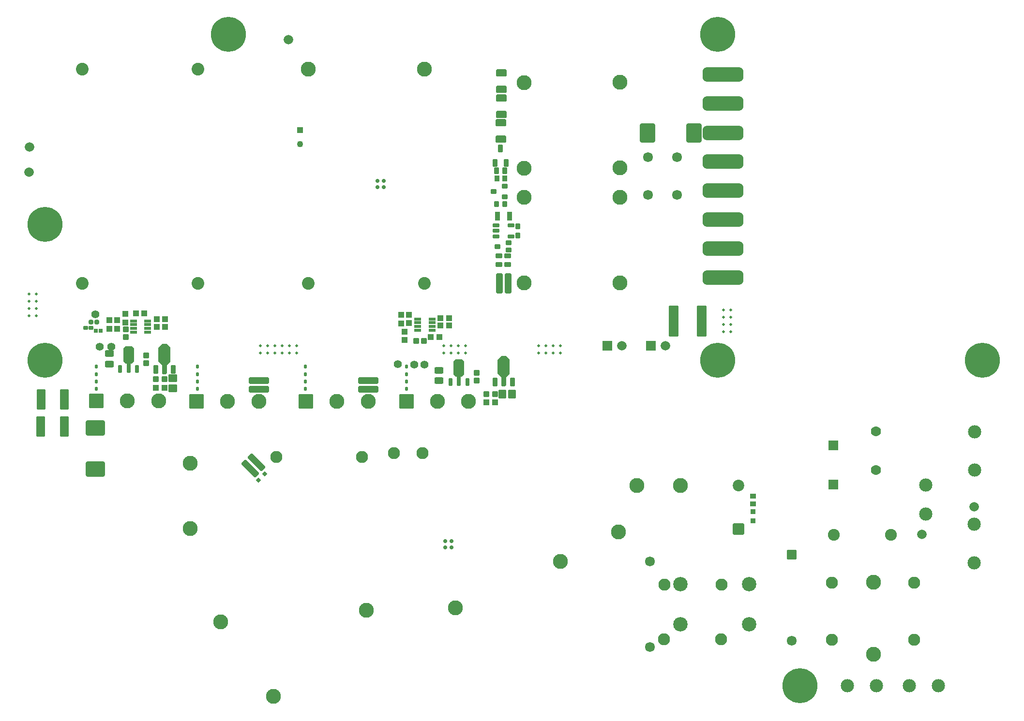
<source format=gts>
G04*
G04 #@! TF.GenerationSoftware,Altium Limited,Altium Designer,21.7.2 (23)*
G04*
G04 Layer_Color=8388736*
%FSAX25Y25*%
%MOIN*%
G70*
G04*
G04 #@! TF.SameCoordinates,25756C21-EA0E-48A6-96D4-99705350E32D*
G04*
G04*
G04 #@! TF.FilePolarity,Negative*
G04*
G01*
G75*
G04:AMPARAMS|DCode=19|XSize=25.59mil|YSize=27.56mil|CornerRadius=2.56mil|HoleSize=0mil|Usage=FLASHONLY|Rotation=225.000|XOffset=0mil|YOffset=0mil|HoleType=Round|Shape=RoundedRectangle|*
%AMROUNDEDRECTD19*
21,1,0.02559,0.02244,0,0,225.0*
21,1,0.02047,0.02756,0,0,225.0*
1,1,0.00512,-0.01517,0.00070*
1,1,0.00512,-0.00070,0.01517*
1,1,0.00512,0.01517,-0.00070*
1,1,0.00512,0.00070,-0.01517*
%
%ADD19ROUNDEDRECTD19*%
G04:AMPARAMS|DCode=59|XSize=40.16mil|YSize=32.28mil|CornerRadius=4.43mil|HoleSize=0mil|Usage=FLASHONLY|Rotation=90.000|XOffset=0mil|YOffset=0mil|HoleType=Round|Shape=RoundedRectangle|*
%AMROUNDEDRECTD59*
21,1,0.04016,0.02343,0,0,90.0*
21,1,0.03130,0.03228,0,0,90.0*
1,1,0.00886,0.01171,0.01565*
1,1,0.00886,0.01171,-0.01565*
1,1,0.00886,-0.01171,-0.01565*
1,1,0.00886,-0.01171,0.01565*
%
%ADD59ROUNDEDRECTD59*%
G04:AMPARAMS|DCode=60|XSize=44.09mil|YSize=36.22mil|CornerRadius=4.72mil|HoleSize=0mil|Usage=FLASHONLY|Rotation=270.000|XOffset=0mil|YOffset=0mil|HoleType=Round|Shape=RoundedRectangle|*
%AMROUNDEDRECTD60*
21,1,0.04409,0.02677,0,0,270.0*
21,1,0.03465,0.03622,0,0,270.0*
1,1,0.00945,-0.01339,-0.01732*
1,1,0.00945,-0.01339,0.01732*
1,1,0.00945,0.01339,0.01732*
1,1,0.00945,0.01339,-0.01732*
%
%ADD60ROUNDEDRECTD60*%
G04:AMPARAMS|DCode=61|XSize=42.13mil|YSize=36.22mil|CornerRadius=4.72mil|HoleSize=0mil|Usage=FLASHONLY|Rotation=90.000|XOffset=0mil|YOffset=0mil|HoleType=Round|Shape=RoundedRectangle|*
%AMROUNDEDRECTD61*
21,1,0.04213,0.02677,0,0,90.0*
21,1,0.03268,0.03622,0,0,90.0*
1,1,0.00945,0.01339,0.01634*
1,1,0.00945,0.01339,-0.01634*
1,1,0.00945,-0.01339,-0.01634*
1,1,0.00945,-0.01339,0.01634*
%
%ADD61ROUNDEDRECTD61*%
G04:AMPARAMS|DCode=62|XSize=42.13mil|YSize=36.22mil|CornerRadius=4.72mil|HoleSize=0mil|Usage=FLASHONLY|Rotation=0.000|XOffset=0mil|YOffset=0mil|HoleType=Round|Shape=RoundedRectangle|*
%AMROUNDEDRECTD62*
21,1,0.04213,0.02677,0,0,0.0*
21,1,0.03268,0.03622,0,0,0.0*
1,1,0.00945,0.01634,-0.01339*
1,1,0.00945,-0.01634,-0.01339*
1,1,0.00945,-0.01634,0.01339*
1,1,0.00945,0.01634,0.01339*
%
%ADD62ROUNDEDRECTD62*%
G04:AMPARAMS|DCode=63|XSize=61.81mil|YSize=34.25mil|CornerRadius=4.58mil|HoleSize=0mil|Usage=FLASHONLY|Rotation=90.000|XOffset=0mil|YOffset=0mil|HoleType=Round|Shape=RoundedRectangle|*
%AMROUNDEDRECTD63*
21,1,0.06181,0.02510,0,0,90.0*
21,1,0.05266,0.03425,0,0,90.0*
1,1,0.00915,0.01255,0.02633*
1,1,0.00915,0.01255,-0.02633*
1,1,0.00915,-0.01255,-0.02633*
1,1,0.00915,-0.01255,0.02633*
%
%ADD63ROUNDEDRECTD63*%
G04:AMPARAMS|DCode=64|XSize=142.52mil|YSize=59.84mil|CornerRadius=9.25mil|HoleSize=0mil|Usage=FLASHONLY|Rotation=90.000|XOffset=0mil|YOffset=0mil|HoleType=Round|Shape=RoundedRectangle|*
%AMROUNDEDRECTD64*
21,1,0.14252,0.04134,0,0,90.0*
21,1,0.12402,0.05984,0,0,90.0*
1,1,0.01850,0.02067,0.06201*
1,1,0.01850,0.02067,-0.06201*
1,1,0.01850,-0.02067,-0.06201*
1,1,0.01850,-0.02067,0.06201*
%
%ADD64ROUNDEDRECTD64*%
G04:AMPARAMS|DCode=65|XSize=42.13mil|YSize=38.19mil|CornerRadius=4.87mil|HoleSize=0mil|Usage=FLASHONLY|Rotation=0.000|XOffset=0mil|YOffset=0mil|HoleType=Round|Shape=RoundedRectangle|*
%AMROUNDEDRECTD65*
21,1,0.04213,0.02845,0,0,0.0*
21,1,0.03238,0.03819,0,0,0.0*
1,1,0.00974,0.01619,-0.01422*
1,1,0.00974,-0.01619,-0.01422*
1,1,0.00974,-0.01619,0.01422*
1,1,0.00974,0.01619,0.01422*
%
%ADD65ROUNDEDRECTD65*%
G04:AMPARAMS|DCode=66|XSize=48.03mil|YSize=20.47mil|CornerRadius=3.94mil|HoleSize=0mil|Usage=FLASHONLY|Rotation=180.000|XOffset=0mil|YOffset=0mil|HoleType=Round|Shape=RoundedRectangle|*
%AMROUNDEDRECTD66*
21,1,0.04803,0.01260,0,0,180.0*
21,1,0.04016,0.02047,0,0,180.0*
1,1,0.00787,-0.02008,0.00630*
1,1,0.00787,0.02008,0.00630*
1,1,0.00787,0.02008,-0.00630*
1,1,0.00787,-0.02008,-0.00630*
%
%ADD66ROUNDEDRECTD66*%
G04:AMPARAMS|DCode=67|XSize=42.13mil|YSize=42.13mil|CornerRadius=5.17mil|HoleSize=0mil|Usage=FLASHONLY|Rotation=90.000|XOffset=0mil|YOffset=0mil|HoleType=Round|Shape=RoundedRectangle|*
%AMROUNDEDRECTD67*
21,1,0.04213,0.03179,0,0,90.0*
21,1,0.03179,0.04213,0,0,90.0*
1,1,0.01034,0.01590,0.01590*
1,1,0.01034,0.01590,-0.01590*
1,1,0.01034,-0.01590,-0.01590*
1,1,0.01034,-0.01590,0.01590*
%
%ADD67ROUNDEDRECTD67*%
G04:AMPARAMS|DCode=68|XSize=42.13mil|YSize=42.13mil|CornerRadius=5.17mil|HoleSize=0mil|Usage=FLASHONLY|Rotation=180.000|XOffset=0mil|YOffset=0mil|HoleType=Round|Shape=RoundedRectangle|*
%AMROUNDEDRECTD68*
21,1,0.04213,0.03179,0,0,180.0*
21,1,0.03179,0.04213,0,0,180.0*
1,1,0.01034,-0.01590,0.01590*
1,1,0.01034,0.01590,0.01590*
1,1,0.01034,0.01590,-0.01590*
1,1,0.01034,-0.01590,-0.01590*
%
%ADD68ROUNDEDRECTD68*%
G04:AMPARAMS|DCode=69|XSize=61.81mil|YSize=53.94mil|CornerRadius=6.05mil|HoleSize=0mil|Usage=FLASHONLY|Rotation=0.000|XOffset=0mil|YOffset=0mil|HoleType=Round|Shape=RoundedRectangle|*
%AMROUNDEDRECTD69*
21,1,0.06181,0.04183,0,0,0.0*
21,1,0.04970,0.05394,0,0,0.0*
1,1,0.01211,0.02485,-0.02092*
1,1,0.01211,-0.02485,-0.02092*
1,1,0.01211,-0.02485,0.02092*
1,1,0.01211,0.02485,0.02092*
%
%ADD69ROUNDEDRECTD69*%
G04:AMPARAMS|DCode=70|XSize=61.81mil|YSize=53.94mil|CornerRadius=6.05mil|HoleSize=0mil|Usage=FLASHONLY|Rotation=90.000|XOffset=0mil|YOffset=0mil|HoleType=Round|Shape=RoundedRectangle|*
%AMROUNDEDRECTD70*
21,1,0.06181,0.04183,0,0,90.0*
21,1,0.04970,0.05394,0,0,90.0*
1,1,0.01211,0.02092,0.02485*
1,1,0.01211,0.02092,-0.02485*
1,1,0.01211,-0.02092,-0.02485*
1,1,0.01211,-0.02092,0.02485*
%
%ADD70ROUNDEDRECTD70*%
G04:AMPARAMS|DCode=71|XSize=42.13mil|YSize=38.19mil|CornerRadius=4.87mil|HoleSize=0mil|Usage=FLASHONLY|Rotation=270.000|XOffset=0mil|YOffset=0mil|HoleType=Round|Shape=RoundedRectangle|*
%AMROUNDEDRECTD71*
21,1,0.04213,0.02845,0,0,270.0*
21,1,0.03238,0.03819,0,0,270.0*
1,1,0.00974,-0.01422,-0.01619*
1,1,0.00974,-0.01422,0.01619*
1,1,0.00974,0.01422,0.01619*
1,1,0.00974,0.01422,-0.01619*
%
%ADD71ROUNDEDRECTD71*%
G04:AMPARAMS|DCode=72|XSize=30.32mil|YSize=30.32mil|CornerRadius=4.28mil|HoleSize=0mil|Usage=FLASHONLY|Rotation=270.000|XOffset=0mil|YOffset=0mil|HoleType=Round|Shape=RoundedRectangle|*
%AMROUNDEDRECTD72*
21,1,0.03032,0.02175,0,0,270.0*
21,1,0.02175,0.03032,0,0,270.0*
1,1,0.00856,-0.01088,-0.01088*
1,1,0.00856,-0.01088,0.01088*
1,1,0.00856,0.01088,0.01088*
1,1,0.00856,0.01088,-0.01088*
%
%ADD72ROUNDEDRECTD72*%
G04:AMPARAMS|DCode=73|XSize=26.38mil|YSize=28.35mil|CornerRadius=3.99mil|HoleSize=0mil|Usage=FLASHONLY|Rotation=270.000|XOffset=0mil|YOffset=0mil|HoleType=Round|Shape=RoundedRectangle|*
%AMROUNDEDRECTD73*
21,1,0.02638,0.02037,0,0,270.0*
21,1,0.01841,0.02835,0,0,270.0*
1,1,0.00797,-0.01019,-0.00920*
1,1,0.00797,-0.01019,0.00920*
1,1,0.00797,0.01019,0.00920*
1,1,0.00797,0.01019,-0.00920*
%
%ADD73ROUNDEDRECTD73*%
G04:AMPARAMS|DCode=74|XSize=29.13mil|YSize=30.71mil|CornerRadius=4.19mil|HoleSize=0mil|Usage=FLASHONLY|Rotation=90.000|XOffset=0mil|YOffset=0mil|HoleType=Round|Shape=RoundedRectangle|*
%AMROUNDEDRECTD74*
21,1,0.02913,0.02232,0,0,90.0*
21,1,0.02075,0.03071,0,0,90.0*
1,1,0.00839,0.01116,0.01037*
1,1,0.00839,0.01116,-0.01037*
1,1,0.00839,-0.01116,-0.01037*
1,1,0.00839,-0.01116,0.01037*
%
%ADD74ROUNDEDRECTD74*%
G04:AMPARAMS|DCode=75|XSize=213.39mil|YSize=67.72mil|CornerRadius=7.09mil|HoleSize=0mil|Usage=FLASHONLY|Rotation=270.000|XOffset=0mil|YOffset=0mil|HoleType=Round|Shape=RoundedRectangle|*
%AMROUNDEDRECTD75*
21,1,0.21339,0.05354,0,0,270.0*
21,1,0.19921,0.06772,0,0,270.0*
1,1,0.01417,-0.02677,-0.09961*
1,1,0.01417,-0.02677,0.09961*
1,1,0.01417,0.02677,0.09961*
1,1,0.01417,0.02677,-0.09961*
%
%ADD75ROUNDEDRECTD75*%
G04:AMPARAMS|DCode=76|XSize=42.13mil|YSize=42.13mil|CornerRadius=6.1mil|HoleSize=0mil|Usage=FLASHONLY|Rotation=90.000|XOffset=0mil|YOffset=0mil|HoleType=Round|Shape=RoundedRectangle|*
%AMROUNDEDRECTD76*
21,1,0.04213,0.02992,0,0,90.0*
21,1,0.02992,0.04213,0,0,90.0*
1,1,0.01221,0.01496,0.01496*
1,1,0.01221,0.01496,-0.01496*
1,1,0.01221,-0.01496,-0.01496*
1,1,0.01221,-0.01496,0.01496*
%
%ADD76ROUNDEDRECTD76*%
G04:AMPARAMS|DCode=77|XSize=103.15mil|YSize=280.31mil|CornerRadius=31.89mil|HoleSize=0mil|Usage=FLASHONLY|Rotation=90.000|XOffset=0mil|YOffset=0mil|HoleType=Round|Shape=RoundedRectangle|*
%AMROUNDEDRECTD77*
21,1,0.10315,0.21654,0,0,90.0*
21,1,0.03937,0.28031,0,0,90.0*
1,1,0.06378,0.10827,0.01968*
1,1,0.06378,0.10827,-0.01968*
1,1,0.06378,-0.10827,-0.01968*
1,1,0.06378,-0.10827,0.01968*
%
%ADD77ROUNDEDRECTD77*%
%ADD78C,0.05472*%
G04:AMPARAMS|DCode=79|XSize=32.28mil|YSize=59.84mil|CornerRadius=4.29mil|HoleSize=0mil|Usage=FLASHONLY|Rotation=180.000|XOffset=0mil|YOffset=0mil|HoleType=Round|Shape=RoundedRectangle|*
%AMROUNDEDRECTD79*
21,1,0.03228,0.05126,0,0,180.0*
21,1,0.02370,0.05984,0,0,180.0*
1,1,0.00858,-0.01185,0.02563*
1,1,0.00858,0.01185,0.02563*
1,1,0.00858,0.01185,-0.02563*
1,1,0.00858,-0.01185,-0.02563*
%
%ADD79ROUNDEDRECTD79*%
G04:AMPARAMS|DCode=80|XSize=32.28mil|YSize=63.78mil|CornerRadius=4.71mil|HoleSize=0mil|Usage=FLASHONLY|Rotation=180.000|XOffset=0mil|YOffset=0mil|HoleType=Round|Shape=RoundedRectangle|*
%AMROUNDEDRECTD80*
21,1,0.03228,0.05437,0,0,180.0*
21,1,0.02287,0.06378,0,0,180.0*
1,1,0.00941,-0.01144,0.02718*
1,1,0.00941,0.01144,0.02718*
1,1,0.00941,0.01144,-0.02718*
1,1,0.00941,-0.01144,-0.02718*
%
%ADD80ROUNDEDRECTD80*%
G04:AMPARAMS|DCode=81|XSize=36.22mil|YSize=36.22mil|CornerRadius=5.51mil|HoleSize=0mil|Usage=FLASHONLY|Rotation=0.000|XOffset=0mil|YOffset=0mil|HoleType=Round|Shape=RoundedRectangle|*
%AMROUNDEDRECTD81*
21,1,0.03622,0.02520,0,0,0.0*
21,1,0.02520,0.03622,0,0,0.0*
1,1,0.01102,0.01260,-0.01260*
1,1,0.01102,-0.01260,-0.01260*
1,1,0.01102,-0.01260,0.01260*
1,1,0.01102,0.01260,0.01260*
%
%ADD81ROUNDEDRECTD81*%
G04:AMPARAMS|DCode=82|XSize=75.59mil|YSize=50mil|CornerRadius=6.89mil|HoleSize=0mil|Usage=FLASHONLY|Rotation=180.000|XOffset=0mil|YOffset=0mil|HoleType=Round|Shape=RoundedRectangle|*
%AMROUNDEDRECTD82*
21,1,0.07559,0.03622,0,0,180.0*
21,1,0.06181,0.05000,0,0,180.0*
1,1,0.01378,-0.03091,0.01811*
1,1,0.01378,0.03091,0.01811*
1,1,0.01378,0.03091,-0.01811*
1,1,0.01378,-0.03091,-0.01811*
%
%ADD82ROUNDEDRECTD82*%
G04:AMPARAMS|DCode=83|XSize=30.32mil|YSize=51.97mil|CornerRadius=4.28mil|HoleSize=0mil|Usage=FLASHONLY|Rotation=180.000|XOffset=0mil|YOffset=0mil|HoleType=Round|Shape=RoundedRectangle|*
%AMROUNDEDRECTD83*
21,1,0.03032,0.04341,0,0,180.0*
21,1,0.02175,0.05197,0,0,180.0*
1,1,0.00856,-0.01088,0.02170*
1,1,0.00856,0.01088,0.02170*
1,1,0.00856,0.01088,-0.02170*
1,1,0.00856,-0.01088,-0.02170*
%
%ADD83ROUNDEDRECTD83*%
G04:AMPARAMS|DCode=84|XSize=44.09mil|YSize=36.22mil|CornerRadius=5.51mil|HoleSize=0mil|Usage=FLASHONLY|Rotation=180.000|XOffset=0mil|YOffset=0mil|HoleType=Round|Shape=RoundedRectangle|*
%AMROUNDEDRECTD84*
21,1,0.04409,0.02520,0,0,180.0*
21,1,0.03307,0.03622,0,0,180.0*
1,1,0.01102,-0.01654,0.01260*
1,1,0.01102,0.01654,0.01260*
1,1,0.01102,0.01654,-0.01260*
1,1,0.01102,-0.01654,-0.01260*
%
%ADD84ROUNDEDRECTD84*%
G04:AMPARAMS|DCode=85|XSize=138.58mil|YSize=46.06mil|CornerRadius=6.5mil|HoleSize=0mil|Usage=FLASHONLY|Rotation=90.000|XOffset=0mil|YOffset=0mil|HoleType=Round|Shape=RoundedRectangle|*
%AMROUNDEDRECTD85*
21,1,0.13858,0.03307,0,0,90.0*
21,1,0.12559,0.04606,0,0,90.0*
1,1,0.01299,0.01654,0.06280*
1,1,0.01299,0.01654,-0.06280*
1,1,0.01299,-0.01654,-0.06280*
1,1,0.01299,-0.01654,0.06280*
%
%ADD85ROUNDEDRECTD85*%
G04:AMPARAMS|DCode=86|XSize=32.28mil|YSize=38.19mil|CornerRadius=5.12mil|HoleSize=0mil|Usage=FLASHONLY|Rotation=0.000|XOffset=0mil|YOffset=0mil|HoleType=Round|Shape=RoundedRectangle|*
%AMROUNDEDRECTD86*
21,1,0.03228,0.02795,0,0,0.0*
21,1,0.02205,0.03819,0,0,0.0*
1,1,0.01024,0.01102,-0.01398*
1,1,0.01024,-0.01102,-0.01398*
1,1,0.01024,-0.01102,0.01398*
1,1,0.01024,0.01102,0.01398*
%
%ADD86ROUNDEDRECTD86*%
G04:AMPARAMS|DCode=87|XSize=28.35mil|YSize=44.09mil|CornerRadius=5.32mil|HoleSize=0mil|Usage=FLASHONLY|Rotation=270.000|XOffset=0mil|YOffset=0mil|HoleType=Round|Shape=RoundedRectangle|*
%AMROUNDEDRECTD87*
21,1,0.02835,0.03347,0,0,270.0*
21,1,0.01772,0.04409,0,0,270.0*
1,1,0.01063,-0.01673,-0.00886*
1,1,0.01063,-0.01673,0.00886*
1,1,0.01063,0.01673,0.00886*
1,1,0.01063,0.01673,-0.00886*
%
%ADD87ROUNDEDRECTD87*%
G04:AMPARAMS|DCode=88|XSize=32.28mil|YSize=40.16mil|CornerRadius=5.12mil|HoleSize=0mil|Usage=FLASHONLY|Rotation=270.000|XOffset=0mil|YOffset=0mil|HoleType=Round|Shape=RoundedRectangle|*
%AMROUNDEDRECTD88*
21,1,0.03228,0.02992,0,0,270.0*
21,1,0.02205,0.04016,0,0,270.0*
1,1,0.01024,-0.01496,-0.01102*
1,1,0.01024,-0.01496,0.01102*
1,1,0.01024,0.01496,0.01102*
1,1,0.01024,0.01496,-0.01102*
%
%ADD88ROUNDEDRECTD88*%
G04:AMPARAMS|DCode=89|XSize=36.22mil|YSize=40.16mil|CornerRadius=5.51mil|HoleSize=0mil|Usage=FLASHONLY|Rotation=270.000|XOffset=0mil|YOffset=0mil|HoleType=Round|Shape=RoundedRectangle|*
%AMROUNDEDRECTD89*
21,1,0.03622,0.02913,0,0,270.0*
21,1,0.02520,0.04016,0,0,270.0*
1,1,0.01102,-0.01457,-0.01260*
1,1,0.01102,-0.01457,0.01260*
1,1,0.01102,0.01457,0.01260*
1,1,0.01102,0.01457,-0.01260*
%
%ADD89ROUNDEDRECTD89*%
G04:AMPARAMS|DCode=90|XSize=59.84mil|YSize=44.09mil|CornerRadius=7.28mil|HoleSize=0mil|Usage=FLASHONLY|Rotation=180.000|XOffset=0mil|YOffset=0mil|HoleType=Round|Shape=RoundedRectangle|*
%AMROUNDEDRECTD90*
21,1,0.05984,0.02953,0,0,180.0*
21,1,0.04528,0.04409,0,0,180.0*
1,1,0.01457,-0.02264,0.01476*
1,1,0.01457,0.02264,0.01476*
1,1,0.01457,0.02264,-0.01476*
1,1,0.01457,-0.02264,-0.01476*
%
%ADD90ROUNDEDRECTD90*%
G04:AMPARAMS|DCode=91|XSize=75.59mil|YSize=122.84mil|CornerRadius=0mil|HoleSize=0mil|Usage=FLASHONLY|Rotation=180.000|XOffset=0mil|YOffset=0mil|HoleType=Round|Shape=Octagon|*
%AMOCTAGOND91*
4,1,8,0.01890,-0.06142,-0.01890,-0.06142,-0.03780,-0.04252,-0.03780,0.04252,-0.01890,0.06142,0.01890,0.06142,0.03780,0.04252,0.03780,-0.04252,0.01890,-0.06142,0.0*
%
%ADD91OCTAGOND91*%

G04:AMPARAMS|DCode=92|XSize=24.41mil|YSize=51.97mil|CornerRadius=4.33mil|HoleSize=0mil|Usage=FLASHONLY|Rotation=180.000|XOffset=0mil|YOffset=0mil|HoleType=Round|Shape=RoundedRectangle|*
%AMROUNDEDRECTD92*
21,1,0.02441,0.04331,0,0,180.0*
21,1,0.01575,0.05197,0,0,180.0*
1,1,0.00866,-0.00787,0.02165*
1,1,0.00866,0.00787,0.02165*
1,1,0.00866,0.00787,-0.02165*
1,1,0.00866,-0.00787,-0.02165*
%
%ADD92ROUNDEDRECTD92*%
G04:AMPARAMS|DCode=93|XSize=24.41mil|YSize=67.72mil|CornerRadius=4.33mil|HoleSize=0mil|Usage=FLASHONLY|Rotation=180.000|XOffset=0mil|YOffset=0mil|HoleType=Round|Shape=RoundedRectangle|*
%AMROUNDEDRECTD93*
21,1,0.02441,0.05906,0,0,180.0*
21,1,0.01575,0.06772,0,0,180.0*
1,1,0.00866,-0.00787,0.02953*
1,1,0.00866,0.00787,0.02953*
1,1,0.00866,0.00787,-0.02953*
1,1,0.00866,-0.00787,-0.02953*
%
%ADD93ROUNDEDRECTD93*%
G04:AMPARAMS|DCode=94|XSize=138.58mil|YSize=46.06mil|CornerRadius=6.5mil|HoleSize=0mil|Usage=FLASHONLY|Rotation=315.000|XOffset=0mil|YOffset=0mil|HoleType=Round|Shape=RoundedRectangle|*
%AMROUNDEDRECTD94*
21,1,0.13858,0.03307,0,0,315.0*
21,1,0.12559,0.04606,0,0,315.0*
1,1,0.01299,0.03271,-0.05610*
1,1,0.01299,-0.05610,0.03271*
1,1,0.01299,-0.03271,0.05610*
1,1,0.01299,0.05610,-0.03271*
%
%ADD94ROUNDEDRECTD94*%
G04:AMPARAMS|DCode=95|XSize=130.71mil|YSize=107.87mil|CornerRadius=12.68mil|HoleSize=0mil|Usage=FLASHONLY|Rotation=270.000|XOffset=0mil|YOffset=0mil|HoleType=Round|Shape=RoundedRectangle|*
%AMROUNDEDRECTD95*
21,1,0.13071,0.08252,0,0,270.0*
21,1,0.10535,0.10787,0,0,270.0*
1,1,0.02535,-0.04126,-0.05268*
1,1,0.02535,-0.04126,0.05268*
1,1,0.02535,0.04126,0.05268*
1,1,0.02535,0.04126,-0.05268*
%
%ADD95ROUNDEDRECTD95*%
G04:AMPARAMS|DCode=96|XSize=138.58mil|YSize=46.06mil|CornerRadius=6.5mil|HoleSize=0mil|Usage=FLASHONLY|Rotation=0.000|XOffset=0mil|YOffset=0mil|HoleType=Round|Shape=RoundedRectangle|*
%AMROUNDEDRECTD96*
21,1,0.13858,0.03307,0,0,0.0*
21,1,0.12559,0.04606,0,0,0.0*
1,1,0.01299,0.06280,-0.01654*
1,1,0.01299,-0.06280,-0.01654*
1,1,0.01299,-0.06280,0.01654*
1,1,0.01299,0.06280,0.01654*
%
%ADD96ROUNDEDRECTD96*%
G04:AMPARAMS|DCode=97|XSize=130.71mil|YSize=107.09mil|CornerRadius=12.6mil|HoleSize=0mil|Usage=FLASHONLY|Rotation=180.000|XOffset=0mil|YOffset=0mil|HoleType=Round|Shape=RoundedRectangle|*
%AMROUNDEDRECTD97*
21,1,0.13071,0.08189,0,0,180.0*
21,1,0.10551,0.10709,0,0,180.0*
1,1,0.02520,-0.05276,0.04095*
1,1,0.02520,0.05276,0.04095*
1,1,0.02520,0.05276,-0.04095*
1,1,0.02520,-0.05276,-0.04095*
%
%ADD97ROUNDEDRECTD97*%
G04:AMPARAMS|DCode=98|XSize=23.62mil|YSize=20.47mil|CornerRadius=3.94mil|HoleSize=0mil|Usage=FLASHONLY|Rotation=270.000|XOffset=0mil|YOffset=0mil|HoleType=Round|Shape=RoundedRectangle|*
%AMROUNDEDRECTD98*
21,1,0.02362,0.01260,0,0,270.0*
21,1,0.01575,0.02047,0,0,270.0*
1,1,0.00787,-0.00630,-0.00787*
1,1,0.00787,-0.00630,0.00787*
1,1,0.00787,0.00630,0.00787*
1,1,0.00787,0.00630,-0.00787*
%
%ADD98ROUNDEDRECTD98*%
%ADD99C,0.08346*%
%ADD100C,0.10315*%
%ADD101C,0.08740*%
%ADD102C,0.08150*%
%ADD103C,0.09134*%
%ADD104C,0.06575*%
%ADD105C,0.24095*%
%ADD106C,0.01929*%
%ADD107R,0.06575X0.06575*%
G04:AMPARAMS|DCode=108|XSize=79.53mil|YSize=79.53mil|CornerRadius=9.84mil|HoleSize=0mil|Usage=FLASHONLY|Rotation=0.000|XOffset=0mil|YOffset=0mil|HoleType=Round|Shape=RoundedRectangle|*
%AMROUNDEDRECTD108*
21,1,0.07953,0.05984,0,0,0.0*
21,1,0.05984,0.07953,0,0,0.0*
1,1,0.01968,0.02992,-0.02992*
1,1,0.01968,-0.02992,-0.02992*
1,1,0.01968,-0.02992,0.02992*
1,1,0.01968,0.02992,0.02992*
%
%ADD108ROUNDEDRECTD108*%
%ADD109C,0.07953*%
%ADD110R,0.04331X0.04331*%
%ADD111C,0.04331*%
G04:AMPARAMS|DCode=112|XSize=103.15mil|YSize=103.15mil|CornerRadius=12.21mil|HoleSize=0mil|Usage=FLASHONLY|Rotation=270.000|XOffset=0mil|YOffset=0mil|HoleType=Round|Shape=RoundedRectangle|*
%AMROUNDEDRECTD112*
21,1,0.10315,0.07874,0,0,270.0*
21,1,0.07874,0.10315,0,0,270.0*
1,1,0.02441,-0.03937,-0.03937*
1,1,0.02441,-0.03937,0.03937*
1,1,0.02441,0.03937,0.03937*
1,1,0.02441,0.03937,-0.03937*
%
%ADD112ROUNDEDRECTD112*%
G04:AMPARAMS|DCode=113|XSize=69.69mil|YSize=69.69mil|CornerRadius=8.86mil|HoleSize=0mil|Usage=FLASHONLY|Rotation=0.000|XOffset=0mil|YOffset=0mil|HoleType=Round|Shape=RoundedRectangle|*
%AMROUNDEDRECTD113*
21,1,0.06969,0.05197,0,0,0.0*
21,1,0.05197,0.06969,0,0,0.0*
1,1,0.01772,0.02598,-0.02598*
1,1,0.01772,-0.02598,-0.02598*
1,1,0.01772,-0.02598,0.02598*
1,1,0.01772,0.02598,0.02598*
%
%ADD113ROUNDEDRECTD113*%
%ADD114C,0.06969*%
%ADD115C,0.06772*%
G04:AMPARAMS|DCode=116|XSize=67.72mil|YSize=67.72mil|CornerRadius=8.66mil|HoleSize=0mil|Usage=FLASHONLY|Rotation=270.000|XOffset=0mil|YOffset=0mil|HoleType=Round|Shape=RoundedRectangle|*
%AMROUNDEDRECTD116*
21,1,0.06772,0.05039,0,0,270.0*
21,1,0.05039,0.06772,0,0,270.0*
1,1,0.01732,-0.02520,-0.02520*
1,1,0.01732,-0.02520,0.02520*
1,1,0.01732,0.02520,0.02520*
1,1,0.01732,0.02520,-0.02520*
%
%ADD116ROUNDEDRECTD116*%
%ADD117C,0.09921*%
%ADD118C,0.02835*%
G36*
X0187537Y0316966D02*
X0187573Y0316958D01*
X0187608Y0316943D01*
X0187639Y0316924D01*
X0187668Y0316900D01*
X0190227Y0314341D01*
X0190251Y0314313D01*
X0190270Y0314281D01*
X0190284Y0314247D01*
X0190293Y0314210D01*
X0190296Y0314173D01*
Y0304724D01*
X0190293Y0304687D01*
X0190284Y0304651D01*
X0190270Y0304617D01*
X0190251Y0304585D01*
X0190227Y0304557D01*
X0187737Y0302067D01*
Y0301378D01*
X0187734Y0301341D01*
X0187725Y0301305D01*
X0187711Y0301270D01*
X0187692Y0301239D01*
X0187668Y0301210D01*
X0187639Y0301186D01*
X0187608Y0301167D01*
X0187573Y0301153D01*
X0187537Y0301144D01*
X0187500Y0301141D01*
X0184744Y0301141D01*
X0184744D01*
D01*
X0184707Y0301144D01*
X0184671Y0301153D01*
X0184636Y0301167D01*
X0184605Y0301186D01*
X0184576Y0301210D01*
X0184552Y0301239D01*
X0184533Y0301270D01*
X0184519Y0301305D01*
X0184510Y0301341D01*
X0184507Y0301378D01*
Y0301378D01*
D01*
X0184507Y0302067D01*
X0182018Y0304557D01*
X0181993Y0304585D01*
X0181974Y0304617D01*
X0181960Y0304651D01*
X0181951Y0304687D01*
X0181948Y0304724D01*
Y0314173D01*
X0181951Y0314210D01*
X0181960Y0314247D01*
X0181974Y0314281D01*
X0181993Y0314313D01*
X0182018Y0314341D01*
X0184576Y0316900D01*
X0184605Y0316924D01*
X0184636Y0316943D01*
X0184671Y0316958D01*
X0184707Y0316966D01*
X0184744Y0316969D01*
X0187500D01*
X0187537Y0316966D01*
D02*
G37*
G36*
X0421199Y0308600D02*
X0421235Y0308592D01*
X0421269Y0308577D01*
X0421301Y0308558D01*
X0421329Y0308534D01*
X0423888Y0305975D01*
X0423912Y0305946D01*
X0423932Y0305915D01*
X0423946Y0305880D01*
X0423954Y0305844D01*
X0423957Y0305807D01*
Y0296358D01*
X0423954Y0296321D01*
X0423946Y0296285D01*
X0423932Y0296251D01*
X0423912Y0296219D01*
X0423888Y0296191D01*
X0421398Y0293701D01*
X0421398Y0293012D01*
X0421395Y0292975D01*
X0421387Y0292939D01*
X0421373Y0292904D01*
X0421353Y0292873D01*
X0421329Y0292844D01*
X0421301Y0292820D01*
X0421269Y0292801D01*
X0421235Y0292787D01*
X0421199Y0292778D01*
X0421161Y0292775D01*
X0418405D01*
X0418368Y0292778D01*
X0418332Y0292787D01*
X0418298Y0292801D01*
X0418266Y0292820D01*
X0418238Y0292844D01*
X0418214Y0292873D01*
X0418194Y0292904D01*
X0418180Y0292939D01*
X0418172Y0292975D01*
X0418169Y0293012D01*
Y0293701D01*
X0415679Y0296191D01*
X0415655Y0296219D01*
X0415635Y0296251D01*
X0415621Y0296285D01*
X0415612Y0296321D01*
X0415610Y0296358D01*
Y0305807D01*
X0415612Y0305844D01*
X0415621Y0305880D01*
X0415635Y0305915D01*
X0415655Y0305946D01*
X0415679Y0305975D01*
X0418238Y0308534D01*
X0418266Y0308558D01*
X0418298Y0308577D01*
X0418332Y0308592D01*
X0418368Y0308600D01*
X0418405Y0308603D01*
X0421161D01*
X0421199Y0308600D01*
D02*
G37*
D19*
X0250795Y0222843D02*
D03*
X0255110Y0227157D02*
D03*
D59*
X0414980Y0413110D02*
D03*
X0420492D02*
D03*
D60*
X0420472Y0436024D02*
D03*
X0414961D02*
D03*
D61*
X0415256Y0430807D02*
D03*
X0420571D02*
D03*
D62*
X0591634Y0211713D02*
D03*
Y0206398D02*
D03*
D63*
X0423917Y0404921D02*
D03*
X0415453D02*
D03*
D64*
X0100906Y0259882D02*
D03*
X0117047D02*
D03*
X0101181Y0278524D02*
D03*
X0117323D02*
D03*
D65*
X0159508Y0321437D02*
D03*
Y0326752D02*
D03*
X0173622Y0303543D02*
D03*
Y0308858D02*
D03*
X0401161Y0291634D02*
D03*
Y0296949D02*
D03*
D66*
X0174646Y0324921D02*
D03*
Y0327480D02*
D03*
Y0330039D02*
D03*
Y0332598D02*
D03*
X0164803Y0332598D02*
D03*
X0164803Y0330039D02*
D03*
X0164803Y0327480D02*
D03*
X0164803Y0324921D02*
D03*
X0360531Y0326279D02*
D03*
X0360531Y0328839D02*
D03*
X0360531Y0331398D02*
D03*
X0360531Y0333957D02*
D03*
X0370374D02*
D03*
Y0331398D02*
D03*
Y0328839D02*
D03*
Y0326279D02*
D03*
D67*
X0166378Y0337717D02*
D03*
X0172283D02*
D03*
X0180748Y0328563D02*
D03*
X0186653D02*
D03*
X0376181Y0329528D02*
D03*
X0382087D02*
D03*
X0369547Y0321457D02*
D03*
X0375453D02*
D03*
X0186122Y0286516D02*
D03*
X0180217D02*
D03*
X0413878Y0276575D02*
D03*
X0407972D02*
D03*
X0186575Y0333780D02*
D03*
X0180669D02*
D03*
X0382146Y0334488D02*
D03*
X0376240D02*
D03*
D68*
X0159311Y0331437D02*
D03*
Y0337343D02*
D03*
X0153405Y0327244D02*
D03*
Y0333150D02*
D03*
X0349134Y0336831D02*
D03*
Y0330925D02*
D03*
X0354587Y0331004D02*
D03*
Y0336909D02*
D03*
X0351614Y0319331D02*
D03*
Y0325236D02*
D03*
X0148189Y0327244D02*
D03*
Y0333150D02*
D03*
D69*
X0191929Y0286319D02*
D03*
X0191929Y0293012D02*
D03*
D70*
X0425394Y0282087D02*
D03*
X0418701Y0282087D02*
D03*
D71*
X0359390Y0318799D02*
D03*
X0364705D02*
D03*
D72*
X0139469Y0331693D02*
D03*
X0135531D02*
D03*
D73*
X0142323Y0325787D02*
D03*
X0138976D02*
D03*
D74*
X0131890Y0327756D02*
D03*
X0135354D02*
D03*
D75*
X0536909Y0332382D02*
D03*
X0556004D02*
D03*
D76*
X0413779Y0282087D02*
D03*
X0407874Y0282087D02*
D03*
X0186024Y0292520D02*
D03*
X0180118Y0292520D02*
D03*
D77*
X0570866Y0382469D02*
D03*
Y0362481D02*
D03*
Y0402469D02*
D03*
Y0422469D02*
D03*
Y0442469D02*
D03*
Y0462284D02*
D03*
Y0482469D02*
D03*
Y0502469D02*
D03*
D78*
X0138602Y0337185D02*
D03*
X0141437Y0314665D02*
D03*
X0149409Y0314862D02*
D03*
X0365059Y0302559D02*
D03*
X0358071D02*
D03*
X0346949Y0302854D02*
D03*
D79*
X0425689Y0290650D02*
D03*
X0413878D02*
D03*
X0180217Y0299016D02*
D03*
X0192027Y0299016D02*
D03*
D80*
X0419783Y0290846D02*
D03*
X0186122Y0299213D02*
D03*
D81*
X0591634Y0201181D02*
D03*
Y0194882D02*
D03*
D82*
X0418012Y0474803D02*
D03*
X0418012Y0486221D02*
D03*
X0418012Y0492028D02*
D03*
X0418012Y0503445D02*
D03*
X0417913Y0457677D02*
D03*
X0417913Y0469095D02*
D03*
D83*
X0417618Y0451575D02*
D03*
X0421358Y0441339D02*
D03*
X0413878D02*
D03*
D84*
X0416437Y0371457D02*
D03*
Y0377362D02*
D03*
X0422539Y0371457D02*
D03*
Y0377362D02*
D03*
D85*
X0416929Y0358563D02*
D03*
X0422835D02*
D03*
D86*
X0429331Y0391634D02*
D03*
Y0397736D02*
D03*
D87*
X0424705Y0398425D02*
D03*
X0414468Y0390945D02*
D03*
Y0394685D02*
D03*
X0414468Y0398425D02*
D03*
X0424705Y0390945D02*
D03*
D88*
X0423032Y0381398D02*
D03*
Y0386516D02*
D03*
X0415551Y0383957D02*
D03*
D89*
X0420630Y0418110D02*
D03*
Y0425591D02*
D03*
X0412756Y0421850D02*
D03*
D90*
X0375295Y0298622D02*
D03*
Y0291535D02*
D03*
X0148130Y0310039D02*
D03*
Y0302953D02*
D03*
D91*
X0388976Y0300295D02*
D03*
X0161417Y0309252D02*
D03*
D92*
X0394882Y0290453D02*
D03*
X0383071D02*
D03*
X0167323Y0299409D02*
D03*
X0155512D02*
D03*
D93*
X0388976Y0291240D02*
D03*
X0161417Y0300197D02*
D03*
D94*
X0245156Y0230885D02*
D03*
X0249332Y0235060D02*
D03*
D95*
X0550787Y0462303D02*
D03*
X0518898D02*
D03*
D96*
X0251181Y0285630D02*
D03*
Y0291535D02*
D03*
X0326476Y0285630D02*
D03*
Y0291535D02*
D03*
D97*
X0138386Y0258957D02*
D03*
Y0230610D02*
D03*
D98*
X0139075Y0290886D02*
D03*
Y0285689D02*
D03*
Y0295925D02*
D03*
Y0301122D02*
D03*
X0208760Y0290886D02*
D03*
Y0285689D02*
D03*
X0283169Y0290886D02*
D03*
Y0285689D02*
D03*
Y0295925D02*
D03*
Y0301122D02*
D03*
X0208760Y0295925D02*
D03*
Y0301122D02*
D03*
X0352756Y0290886D02*
D03*
Y0295925D02*
D03*
Y0301122D02*
D03*
Y0285689D02*
D03*
D99*
X0344291Y0241339D02*
D03*
X0363976D02*
D03*
X0569646Y0113031D02*
D03*
X0530276D02*
D03*
X0530453Y0150906D02*
D03*
X0569823D02*
D03*
X0263051Y0238878D02*
D03*
X0322106D02*
D03*
X0645965Y0112795D02*
D03*
Y0152165D02*
D03*
X0702658Y0152067D02*
D03*
Y0112697D02*
D03*
D100*
X0458677Y0166744D02*
D03*
X0498772Y0187173D02*
D03*
X0433661Y0358858D02*
D03*
Y0417913D02*
D03*
X0499803Y0417815D02*
D03*
Y0358760D02*
D03*
X0365059Y0506182D02*
D03*
X0285138Y0506102D02*
D03*
X0511614Y0219193D02*
D03*
X0541614D02*
D03*
X0203740Y0189425D02*
D03*
Y0234425D02*
D03*
X0386621Y0134771D02*
D03*
X0325007Y0132999D02*
D03*
X0224803Y0125000D02*
D03*
X0261122Y0073819D02*
D03*
X0433661Y0496850D02*
D03*
X0433661Y0437795D02*
D03*
X0674409Y0152559D02*
D03*
Y0102953D02*
D03*
X0326398Y0277165D02*
D03*
X0304980D02*
D03*
X0251043Y0277165D02*
D03*
X0229626D02*
D03*
X0160630Y0277362D02*
D03*
X0182047D02*
D03*
X0499705Y0437992D02*
D03*
Y0497047D02*
D03*
X0374114Y0277165D02*
D03*
X0395532D02*
D03*
D101*
X0209252Y0358563D02*
D03*
X0129331D02*
D03*
X0209252Y0506201D02*
D03*
X0129331D02*
D03*
X0365059Y0358544D02*
D03*
X0285138D02*
D03*
D102*
X0686516Y0185020D02*
D03*
X0647146D02*
D03*
D103*
X0710354Y0199508D02*
D03*
Y0219508D02*
D03*
X0719291Y0081063D02*
D03*
X0699291D02*
D03*
X0743976Y0165787D02*
D03*
Y0192402D02*
D03*
X0744075Y0229665D02*
D03*
Y0256279D02*
D03*
X0676378Y0081142D02*
D03*
X0656378D02*
D03*
D104*
X0707776Y0185630D02*
D03*
X0743760Y0204429D02*
D03*
X0501279Y0315354D02*
D03*
X0531161D02*
D03*
X0093110Y0452362D02*
D03*
X0271654Y0526378D02*
D03*
X0092913Y0435138D02*
D03*
D105*
X0567323Y0530020D02*
D03*
Y0305610D02*
D03*
X0103839D02*
D03*
X0623721Y0081201D02*
D03*
X0103839Y0399311D02*
D03*
X0749508Y0305610D02*
D03*
X0230020Y0530020D02*
D03*
D106*
X0277067Y0315492D02*
D03*
Y0310492D02*
D03*
X0272067Y0315492D02*
D03*
Y0310492D02*
D03*
X0267067Y0315492D02*
D03*
Y0310492D02*
D03*
X0262067Y0315492D02*
D03*
Y0310492D02*
D03*
X0257067Y0315492D02*
D03*
Y0310492D02*
D03*
X0252067Y0315492D02*
D03*
Y0310492D02*
D03*
X0458681Y0315492D02*
D03*
Y0310492D02*
D03*
X0453681Y0315492D02*
D03*
Y0310492D02*
D03*
X0448681Y0315492D02*
D03*
Y0310492D02*
D03*
X0443681Y0315492D02*
D03*
Y0310492D02*
D03*
X0097677Y0336299D02*
D03*
X0092677D02*
D03*
X0097677Y0341299D02*
D03*
X0092677D02*
D03*
X0097677Y0346299D02*
D03*
X0092677D02*
D03*
X0097677Y0351299D02*
D03*
X0092677D02*
D03*
X0571122Y0340177D02*
D03*
X0576122D02*
D03*
X0571122Y0335177D02*
D03*
X0576122D02*
D03*
X0571122Y0330177D02*
D03*
X0576122D02*
D03*
X0571122Y0325177D02*
D03*
X0576122D02*
D03*
X0393327Y0315492D02*
D03*
Y0310492D02*
D03*
X0388327Y0315492D02*
D03*
Y0310492D02*
D03*
X0383327Y0315492D02*
D03*
Y0310492D02*
D03*
X0378327Y0315492D02*
D03*
Y0310492D02*
D03*
D107*
X0491280Y0315354D02*
D03*
X0521161D02*
D03*
D108*
X0581614Y0189193D02*
D03*
D109*
X0581614Y0219193D02*
D03*
D110*
X0279429Y0464272D02*
D03*
D111*
Y0454429D02*
D03*
D112*
X0283563Y0277165D02*
D03*
X0208209Y0277165D02*
D03*
X0139213Y0277362D02*
D03*
X0352697Y0277165D02*
D03*
D113*
X0646772Y0246752D02*
D03*
X0646772Y0219980D02*
D03*
D114*
X0676299Y0256594D02*
D03*
Y0229823D02*
D03*
D115*
X0539035Y0419488D02*
D03*
X0519035D02*
D03*
X0520472Y0166929D02*
D03*
X0618209Y0112303D02*
D03*
X0539035Y0445571D02*
D03*
X0520472Y0107874D02*
D03*
X0519035Y0445571D02*
D03*
D116*
X0618209Y0171358D02*
D03*
D117*
X0541437Y0123524D02*
D03*
X0588681D02*
D03*
Y0151083D02*
D03*
X0541437D02*
D03*
D118*
X0379390Y0176543D02*
D03*
X0383720D02*
D03*
X0379390Y0180874D02*
D03*
X0383720D02*
D03*
X0332973Y0424803D02*
D03*
X0337303Y0424803D02*
D03*
X0332972Y0429134D02*
D03*
X0337303Y0429134D02*
D03*
M02*

</source>
